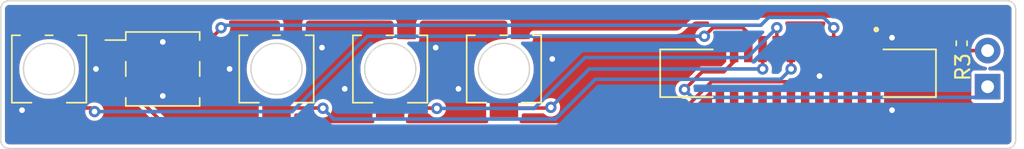
<source format=kicad_pcb>
(kicad_pcb (version 20221018) (generator pcbnew)
  (layers (0 "F.Cu" signal) (31 "B.Cu" signal) (34 "B.Paste" user) (35 "F.Paste" user) (36 "B.SilkS" user "B.Silkscreen") (37 "F.SilkS" user "F.Silkscreen") (38 "B.Mask" user) (39 "F.Mask" user) (44 "Edge.Cuts" user))
  (net 0 "")
  (net 1 "VDD")
  (net 2 "Earth")
  (net 3 "IN")
  (net 4 "LED")
  (net 5 "Net-(D1-A)")
  (net 6 "EFF1")
  (net 7 "EFF2")
  (net 8 "VOL")
  (net 9 "EFF3")
  (net 10 "BTN")
  (footprint "Custom:TE_1-1734248-2" (layer "F.Cu") (at 136.890614 114.478074)
    (fp_text reference "J2" hide)
    (fp_text value "TE_Conn_1-1734248-2" hide)
    (fp_line (start -9.7 -1.85) (end -9.7 1.5) (stroke (width 0.127)) (layer "F.SilkS"))
    (fp_line (start -9.7 -1.85) (end -6 -1.85) (stroke (width 0.127)) (layer "F.SilkS"))
    (fp_line (start -9.7 1.5) (end -6 1.5) (stroke (width 0.127)) (layer "F.SilkS"))
    (fp_line (start 6 -1.85) (end 9.7 -1.85) (stroke (width 0.127)) (layer "F.SilkS"))
    (fp_line (start 9.7 -1.85) (end 9.7 1.5) (stroke (width 0.127)) (layer "F.SilkS"))
    (fp_line (start 9.7 1.5) (end 6 1.5) (stroke (width 0.127)) (layer "F.SilkS"))
    (fp_circle (center 5.5 -3.25) (end 5.6 -3.25) (stroke (width 0.2)) (fill none) (layer "F.SilkS"))
    (pad "1" smd rect (at 5.5 -1.875 270) (size 1.85 0.6) (layers "F.Cu" "F.Paste" "F.Mask") (net 1 "VDD"))
    (pad "1:1" smd rect (at 5.5 1.875 270) (size 1.65 0.6) (layers "F.Cu" "F.Paste" "F.Mask"))
    (pad "1:2" smd rect (at 4.5 1.875 270) (size 1.65 0.6) (layers "F.Cu" "F.Paste" "F.Mask"))
    (pad "1:3" smd rect (at 3.5 1.875 270) (size 1.65 0.6) (layers "F.Cu" "F.Paste" "F.Mask"))
    (pad "1:4" smd rect (at 2.5 1.875 270) (size 1.65 0.6) (layers "F.Cu" "F.Paste" "F.Mask"))
    (pad "1:5" smd rect (at 1.5 1.875 270) (size 1.65 0.6) (layers "F.Cu" "F.Paste" "F.Mask"))
    (pad "1:6" smd rect (at 0.5 1.875 270) (size 1.65 0.6) (layers "F.Cu" "F.Paste" "F.Mask"))
    (pad "1:7" smd rect (at -0.5 1.875 270) (size 1.65 0.6) (layers "F.Cu" "F.Paste" "F.Mask"))
    (pad "1:8" smd rect (at -1.5 1.875 270) (size 1.65 0.6) (layers "F.Cu" "F.Paste" "F.Mask"))
    (pad "1:9" smd rect (at -2.5 1.875 270) (size 1.65 0.6) (layers "F.Cu" "F.Paste" "F.Mask"))
    (pad "1:10" smd rect (at -3.5 1.875 270) (size 1.65 0.6) (layers "F.Cu" "F.Paste" "F.Mask"))
    (pad "1:11" smd rect (at -4.5 1.875 270) (size 1.65 0.6) (layers "F.Cu" "F.Paste" "F.Mask"))
    (pad "1:12" smd rect (at -5.5 1.875 270) (size 1.65 0.6) (layers "F.Cu" "F.Paste" "F.Mask"))
    (pad "2" smd rect (at 4.5 -1.875 270) (size 1.85 0.6) (layers "F.Cu" "F.Paste" "F.Mask") (net 1 "VDD"))
    (pad "3" smd rect (at 3.5 -1.875 270) (size 1.85 0.6) (layers "F.Cu" "F.Paste" "F.Mask") (net 2 "Earth"))
    (pad "4" smd rect (at 2.5 -1.875 270) (size 1.85 0.6) (layers "F.Cu" "F.Paste" "F.Mask") (net 3 "IN"))
    (pad "5" smd rect (at 1.5 -1.875 270) (size 1.85 0.6) (layers "F.Cu" "F.Paste" "F.Mask") (net 2 "Earth"))
    (pad "6" smd rect (at 0.5 -1.875 270) (size 1.85 0.6) (layers "F.Cu" "F.Paste" "F.Mask") (net 10 "BTN"))
    (pad "7" smd rect (at -0.5 -1.875 90) (size 1.85 0.6) (layers "F.Cu" "F.Paste" "F.Mask") (net 6 "EFF1"))
    (pad "8" smd rect (at -1.5 -1.875 90) (size 1.85 0.6) (layers "F.Cu" "F.Paste" "F.Mask") (net 7 "EFF2"))
    (pad "9" smd rect (at -2.5 -1.875 90) (size 1.85 0.6) (layers "F.Cu" "F.Paste" "F.Mask") (net 9 "EFF3"))
    (pad "10" smd rect (at -3.5 -1.875 90) (size 1.85 0.6) (layers "F.Cu" "F.Paste" "F.Mask") (net 8 "VOL"))
    (pad "11" smd rect (at -4.5 -1.875 90) (size 1.85 0.6) (layers "F.Cu" "F.Paste" "F.Mask") (net 4 "LED"))
    (pad "12" smd rect (at -5.5 -1.875 90) (size 1.85 0.6) (layers "F.Cu" "F.Paste" "F.Mask") (net 2 "Earth"))
  )
  (footprint "Potentiometer_SMD:Potentiometer_Bourns_3314R-1_Vertical_Hole" (layer "F.Cu") (at 116.2 114)
    (fp_text reference "RV4" hide)
    (fp_text value "R_Potentiometer_US" hide)
    (fp_line (start -2.62 -2.37) (end -2.62 2.37) (stroke (width 0.12)) (layer "F.SilkS"))
    (fp_line (start -2.62 -2.37) (end -2.039 -2.37) (stroke (width 0.12)) (layer "F.SilkS"))
    (fp_line (start -2.62 2.37) (end -1.24 2.37) (stroke (width 0.12)) (layer "F.SilkS"))
    (fp_line (start -0.26 -2.37) (end 0.26 -2.37) (stroke (width 0.12)) (layer "F.SilkS"))
    (fp_line (start 1.24 2.37) (end 2.62 2.37) (stroke (width 0.12)) (layer "F.SilkS"))
    (fp_line (start 2.04 -2.37) (end 2.62 -2.37) (stroke (width 0.12)) (layer "F.SilkS"))
    (fp_line (start 2.62 -2.37) (end 2.62 2.37) (stroke (width 0.12)) (layer "F.SilkS"))
    (pad "" np_thru_hole circle (at 0 0) (size 3.2 3.2) (drill 3.2) (layers "*.Cu" "*.Mask"))
    (pad "1" smd rect (at 1.15 -2.75) (size 1.3 1.3) (layers "F.Cu" "F.Paste" "F.Mask") (net 1 "VDD"))
    (pad "2" smd rect (at 0 2.75) (size 2 1.3) (layers "F.Cu" "F.Paste" "F.Mask") (net 9 "EFF3"))
    (pad "3" smd rect (at -1.15 -2.75) (size 1.3 1.3) (layers "F.Cu" "F.Paste" "F.Mask") (net 2 "Earth"))
  )
  (footprint "Connector_PinHeader_2.54mm:PinHeader_2x02_P2.54mm_Vertical_SMD" (layer "F.Cu") (at 92.2 114)
    (fp_text reference "J1" hide)
    (fp_text value "Conn_01x04_Pin" hide)
    (fp_line (start -4.04 -2.03) (end -2.6 -2.03) (stroke (width 0.12)) (layer "F.SilkS"))
    (fp_line (start -2.6 -2.6) (end -2.6 -2.03) (stroke (width 0.12)) (layer "F.SilkS"))
    (fp_line (start -2.6 -2.6) (end 2.6 -2.6) (stroke (width 0.12)) (layer "F.SilkS"))
    (fp_line (start -2.6 -0.51) (end -2.6 0.51) (stroke (width 0.12)) (layer "F.SilkS"))
    (fp_line (start -2.6 2.03) (end -2.6 2.6) (stroke (width 0.12)) (layer "F.SilkS"))
    (fp_line (start -2.6 2.6) (end 2.6 2.6) (stroke (width 0.12)) (layer "F.SilkS"))
    (fp_line (start 2.6 -2.6) (end 2.6 -2.03) (stroke (width 0.12)) (layer "F.SilkS"))
    (fp_line (start 2.6 -0.51) (end 2.6 0.51) (stroke (width 0.12)) (layer "F.SilkS"))
    (fp_line (start 2.6 2.03) (end 2.6 2.6) (stroke (width 0.12)) (layer "F.SilkS"))
    (pad "1" smd rect (at -2.525 -1.27) (size 3.15 1) (layers "F.Cu" "F.Paste" "F.Mask") (net 1 "VDD"))
    (pad "2" smd rect (at 2.525 -1.27) (size 3.15 1) (layers "F.Cu" "F.Paste" "F.Mask") (net 3 "IN"))
    (pad "3" smd rect (at -2.525 1.27) (size 3.15 1) (layers "F.Cu" "F.Paste" "F.Mask") (net 10 "BTN"))
    (pad "4" smd rect (at 2.525 1.27) (size 3.15 1) (layers "F.Cu" "F.Paste" "F.Mask") (net 2 "Earth"))
  )
  (footprint "Resistor_SMD:R_0402_1005Metric" (layer "F.Cu") (at 148.4 112.2 90)
    (fp_text reference "R3" (at -1.665695 0.084465 270) (layer "F.SilkS"))
    (fp_text value "3K3" hide)
    (fp_line (start -0.153641 -0.38) (end 0.153641 -0.38) (stroke (width 0.12)) (layer "F.SilkS"))
    (fp_line (start -0.153641 0.38) (end 0.153641 0.38) (stroke (width 0.12)) (layer "F.SilkS"))
    (pad "1" smd roundrect (at -0.51 0 90) (size 0.54 0.64) (layers "F.Cu" "F.Paste" "F.Mask") (net 5 "Net-(D1-A)"))
    (pad "2" smd roundrect (at 0.51 0 90) (size 0.54 0.64) (layers "F.Cu" "F.Paste" "F.Mask") (net 2 "Earth"))
  )
  (footprint "LED_THT:LED_D3.0mm_Horizontal_O6.35mm_Z2.0mm" (layer "F.Cu") (at 150.225 115.25 90)
    (fp_text reference "D1" hide)
    (fp_text value "LED" hide)
    (pad "1" thru_hole rect (at 0 0 90) (size 1.8 1.8) (drill 0.9) (layers "*.Cu" "*.Mask") (net 4 "LED"))
    (pad "2" thru_hole circle (at 2.54 0 90) (size 1.8 1.8) (drill 0.9) (layers "*.Cu" "*.Mask") (net 5 "Net-(D1-A)"))
  )
  (footprint "Potentiometer_SMD:Potentiometer_Bourns_3314R-1_Vertical_Hole" (layer "F.Cu") (at 100.199999 114.001016)
    (fp_text reference "RV2" hide)
    (fp_text value "R_Potentiometer_US" hide)
    (fp_line (start -2.62 -2.37) (end -2.62 2.37) (stroke (width 0.12)) (layer "F.SilkS"))
    (fp_line (start -2.62 -2.37) (end -2.039 -2.37) (stroke (width 0.12)) (layer "F.SilkS"))
    (fp_line (start -2.62 2.37) (end -1.24 2.37) (stroke (width 0.12)) (layer "F.SilkS"))
    (fp_line (start -0.26 -2.37) (end 0.26 -2.37) (stroke (width 0.12)) (layer "F.SilkS"))
    (fp_line (start 1.24 2.37) (end 2.62 2.37) (stroke (width 0.12)) (layer "F.SilkS"))
    (fp_line (start 2.04 -2.37) (end 2.62 -2.37) (stroke (width 0.12)) (layer "F.SilkS"))
    (fp_line (start 2.62 -2.37) (end 2.62 2.37) (stroke (width 0.12)) (layer "F.SilkS"))
    (pad "" np_thru_hole circle (at 0 0) (size 3.2 3.2) (drill 3.2) (layers "*.Cu" "*.Mask"))
    (pad "1" smd rect (at 1.15 -2.75) (size 1.3 1.3) (layers "F.Cu" "F.Paste" "F.Mask") (net 1 "VDD"))
    (pad "2" smd rect (at 0 2.75) (size 2 1.3) (layers "F.Cu" "F.Paste" "F.Mask") (net 6 "EFF1"))
    (pad "3" smd rect (at -1.15 -2.75) (size 1.3 1.3) (layers "F.Cu" "F.Paste" "F.Mask") (net 2 "Earth"))
  )
  (footprint "Potentiometer_SMD:Potentiometer_Bourns_3314R-1_Vertical_Hole" (layer "F.Cu") (at 108.195216 114.005011)
    (fp_text reference "RV3" hide)
    (fp_text value "R_Potentiometer_US" hide)
    (fp_line (start -2.62 -2.37) (end -2.62 2.37) (stroke (width 0.12)) (layer "F.SilkS"))
    (fp_line (start -2.62 -2.37) (end -2.039 -2.37) (stroke (width 0.12)) (layer "F.SilkS"))
    (fp_line (start -2.62 2.37) (end -1.24 2.37) (stroke (width 0.12)) (layer "F.SilkS"))
    (fp_line (start -0.26 -2.37) (end 0.26 -2.37) (stroke (width 0.12)) (layer "F.SilkS"))
    (fp_line (start 1.24 2.37) (end 2.62 2.37) (stroke (width 0.12)) (layer "F.SilkS"))
    (fp_line (start 2.04 -2.37) (end 2.62 -2.37) (stroke (width 0.12)) (layer "F.SilkS"))
    (fp_line (start 2.62 -2.37) (end 2.62 2.37) (stroke (width 0.12)) (layer "F.SilkS"))
    (pad "" np_thru_hole circle (at 0 0) (size 3.2 3.2) (drill 3.2) (layers "*.Cu" "*.Mask"))
    (pad "1" smd rect (at 1.15 -2.75) (size 1.3 1.3) (layers "F.Cu" "F.Paste" "F.Mask") (net 1 "VDD"))
    (pad "2" smd rect (at 0 2.75) (size 2 1.3) (layers "F.Cu" "F.Paste" "F.Mask") (net 7 "EFF2"))
    (pad "3" smd rect (at -1.15 -2.75) (size 1.3 1.3) (layers "F.Cu" "F.Paste" "F.Mask") (net 2 "Earth"))
  )
  (footprint "Potentiometer_SMD:Potentiometer_Bourns_3314R-1_Vertical_Hole" (layer "F.Cu") (at 84.203957 114.002886)
    (fp_text reference "RV1" hide)
    (fp_text value "R_Potentiometer_US" hide)
    (fp_line (start -2.62 -2.37) (end -2.62 2.37) (stroke (width 0.12)) (layer "F.SilkS"))
    (fp_line (start -2.62 -2.37) (end -2.039 -2.37) (stroke (width 0.12)) (layer "F.SilkS"))
    (fp_line (start -2.62 2.37) (end -1.24 2.37) (stroke (width 0.12)) (layer "F.SilkS"))
    (fp_line (start -0.26 -2.37) (end 0.26 -2.37) (stroke (width 0.12)) (layer "F.SilkS"))
    (fp_line (start 1.24 2.37) (end 2.62 2.37) (stroke (width 0.12)) (layer "F.SilkS"))
    (fp_line (start 2.04 -2.37) (end 2.62 -2.37) (stroke (width 0.12)) (layer "F.SilkS"))
    (fp_line (start 2.62 -2.37) (end 2.62 2.37) (stroke (width 0.12)) (layer "F.SilkS"))
    (pad "" np_thru_hole circle (at 0 0) (size 3.2 3.2) (drill 3.2) (layers "*.Cu" "*.Mask"))
    (pad "1" smd rect (at 1.15 -2.75) (size 1.3 1.3) (layers "F.Cu" "F.Paste" "F.Mask") (net 1 "VDD"))
    (pad "2" smd rect (at 0 2.75) (size 2 1.3) (layers "F.Cu" "F.Paste" "F.Mask") (net 8 "VOL"))
    (pad "3" smd rect (at -1.15 -2.75) (size 1.3 1.3) (layers "F.Cu" "F.Paste" "F.Mask") (net 2 "Earth"))
  )
  (gr_circle (center 108.2 114) (end 108.2 112.2) (stroke (width 0.1)) (fill none) (layer "Edge.Cuts"))
  (gr_line (start 151.6 119.6) (end 81.4 119.6) (stroke (width 0.1)) (layer "Edge.Cuts"))
  (gr_arc (start 151.6 109.2) (mid 152.024264 109.375736) (end 152.2 109.8) (stroke (width 0.1)) (layer "Edge.Cuts"))
  (gr_circle (center 84.2 114) (end 84.2 112.2) (stroke (width 0.1)) (fill none) (layer "Edge.Cuts"))
  (gr_arc (start 152.2 119) (mid 152.024264 119.424264) (end 151.6 119.6) (stroke (width 0.1)) (layer "Edge.Cuts"))
  (gr_circle (center 116.2 114) (end 116.2 112.2) (stroke (width 0.1)) (fill none) (layer "Edge.Cuts"))
  (gr_arc (start 80.8 109.8) (mid 80.975736 109.375736) (end 81.4 109.2) (stroke (width 0.1)) (layer "Edge.Cuts"))
  (gr_line (start 152.2 109.8) (end 152.2 119) (stroke (width 0.1)) (layer "Edge.Cuts"))
  (gr_arc (start 81.4 119.6) (mid 80.975736 119.424264) (end 80.8 119) (stroke (width 0.1)) (layer "Edge.Cuts"))
  (gr_line (start 81.4 109.2) (end 151.6 109.2) (stroke (width 0.1)) (layer "Edge.Cuts"))
  (gr_circle (center 100.2 114) (end 100.2 112.2) (stroke (width 0.1)) (fill none) (layer "Edge.Cuts"))
  (gr_line (start 80.8 119) (end 80.8 109.8) (stroke (width 0.1)) (layer "Edge.Cuts"))
  (via (at 92.2 115.9) (size 0.8) (drill 0.4) (layers "F.Cu" "B.Cu") (net 2))
  (via (at 119.6 113.3) (size 0.8) (drill 0.4) (layers "F.Cu" "B.Cu") (net 2))
  (via (at 92.2 112.1) (size 0.8) (drill 0.4) (layers "F.Cu" "B.Cu") (net 2))
  (via (at 143.5 116.9) (size 0.8) (drill 0.4) (layers "F.Cu" "B.Cu") (net 2))
  (via (at 138.4 114.5) (size 0.8) (drill 0.4) (layers "F.Cu" "B.Cu") (net 2))
  (via (at 82.3 116.9) (size 0.8) (drill 0.4) (layers "F.Cu" "B.Cu") (net 2))
  (via (at 103.4 112.5) (size 0.8) (drill 0.4) (layers "F.Cu" "B.Cu") (net 2))
  (via (at 113 115.4) (size 0.8) (drill 0.4) (layers "F.Cu" "B.Cu") (net 2))
  (via (at 105 115.4) (size 0.8) (drill 0.4) (layers "F.Cu" "B.Cu") (net 2))
  (via (at 96.9 114) (size 0.8) (drill 0.4) (layers "F.Cu" "B.Cu") (net 2))
  (via (at 111.4 112.5) (size 0.8) (drill 0.4) (layers "F.Cu" "B.Cu") (net 2))
  (via (at 143.5 111.8) (size 0.8) (drill 0.4) (layers "F.Cu" "B.Cu") (net 2))
  (via (at 87.5 114) (size 0.8) (drill 0.4) (layers "F.Cu" "B.Cu") (net 2))
  (segment (start 96.3 111.155) (end 94.725 112.73) (width 0.25) (layer "F.Cu") (net 3))
  (segment (start 96.3 111.1) (end 96.3 111.155) (width 0.25) (layer "F.Cu") (net 3))
  (segment (start 139.4 112.6) (end 139.399503 112.600497) (width 0.25) (layer "F.Cu") (net 3))
  (segment (start 139.4 111.1) (end 139.4 112.6) (width 0.25) (layer "F.Cu") (net 3))
  (via (at 139.4 111.1) (size 0.8) (drill 0.4) (layers "F.Cu" "B.Cu") (net 3))
  (via (at 96.3 111.1) (size 0.8) (drill 0.4) (layers "F.Cu" "B.Cu") (net 3))
  (segment (start 138.675 110.375) (end 134.825 110.375) (width 0.25) (layer "B.Cu") (net 3))
  (segment (start 139.4 111.1) (end 138.675 110.375) (width 0.25) (layer "B.Cu") (net 3))
  (segment (start 134.275137 110.924863) (end 96.475137 110.924863) (width 0.25) (layer "B.Cu") (net 3))
  (segment (start 96.475137 110.924863) (end 96.3 111.1) (width 0.25) (layer "B.Cu") (net 3))
  (segment (start 134.825 110.375) (end 134.275137 110.924863) (width 0.25) (layer "B.Cu") (net 3))
  (segment (start 128.9 115.449) (end 130.149 114.2) (width 0.25) (layer "F.Cu") (net 4))
  (segment (start 131.668688 114.2) (end 132.4 113.468688) (width 0.25) (layer "F.Cu") (net 4))
  (segment (start 132.4 113.468688) (end 132.4 112.6) (width 0.25) (layer "F.Cu") (net 4))
  (segment (start 130.149 114.2) (end 131.668688 114.2) (width 0.25) (layer "F.Cu") (net 4))
  (via (at 128.9 115.449) (size 0.8) (drill 0.4) (layers "F.Cu" "B.Cu") (net 4))
  (segment (start 129.451 116) (end 149.475 116) (width 0.25) (layer "B.Cu") (net 4))
  (segment (start 128.9 115.449) (end 129.451 116) (width 0.25) (layer "B.Cu") (net 4))
  (segment (start 149.475 116) (end 150.225 115.25) (width 0.25) (layer "B.Cu") (net 4))
  (segment (start 148.2 112.71) (end 150.225 112.71) (width 0.25) (layer "F.Cu") (net 5))
  (segment (start 103.466835 116.766836) (end 103.448402 116.748403) (width 0.25) (layer "F.Cu") (net 6))
  (segment (start 103.448402 116.748403) (end 100.202279 116.748403) (width 0.25) (layer "F.Cu") (net 6))
  (segment (start 136.4 114) (end 136.4 112.6) (width 0.25) (layer "F.Cu") (net 6))
  (via (at 103.466835 116.766836) (size 0.8) (drill 0.4) (layers "F.Cu" "B.Cu") (net 6))
  (via (at 136.4 114) (size 0.8) (drill 0.4) (layers "F.Cu" "B.Cu") (net 6))
  (segment (start 104.224999 117.525) (end 119.825 117.525) (width 0.25) (layer "B.Cu") (net 6))
  (segment (start 103.466835 116.766836) (end 104.224999 117.525) (width 0.25) (layer "B.Cu") (net 6))
  (segment (start 119.825 117.525) (end 122.6255 114.7245) (width 0.25) (layer "B.Cu") (net 6))
  (segment (start 135.6755 114.7245) (end 136.4 114) (width 0.25) (layer "B.Cu") (net 6))
  (segment (start 122.6255 114.7245) (end 135.6755 114.7245) (width 0.25) (layer "B.Cu") (net 6))
  (segment (start 135.4 111.1) (end 135.4 112.6) (width 0.25) (layer "F.Cu") (net 7))
  (segment (start 111.458127 116.755011) (end 108.195216 116.755011) (width 0.25) (layer "F.Cu") (net 7))
  (segment (start 111.478616 116.7755) (end 111.458127 116.755011) (width 0.25) (layer "F.Cu") (net 7))
  (via (at 135.4 111.1) (size 0.8) (drill 0.4) (layers "F.Cu" "B.Cu") (net 7))
  (via (at 111.478616 116.7755) (size 0.8) (drill 0.4) (layers "F.Cu" "B.Cu") (net 7))
  (segment (start 135.4 111.112653) (end 133.312653 113.2) (width 0.25) (layer "B.Cu") (net 7))
  (segment (start 135.4 111.1) (end 135.4 111.112653) (width 0.25) (layer "B.Cu") (net 7))
  (segment (start 133.312653 113.2) (end 121.9 113.2) (width 0.25) (layer "B.Cu") (net 7))
  (segment (start 111.4797 116.776584) (end 111.478616 116.7755) (width 0.25) (layer "B.Cu") (net 7))
  (segment (start 118.323416 116.776584) (end 111.4797 116.776584) (width 0.25) (layer "B.Cu") (net 7))
  (segment (start 121.9 113.2) (end 118.323416 116.776584) (width 0.25) (layer "B.Cu") (net 7))
  (segment (start 87.146828 116.746828) (end 84.2 116.746828) (width 0.25) (layer "F.Cu") (net 8))
  (segment (start 133 111.1) (end 133.4 111.5) (width 0.25) (layer "F.Cu") (net 8))
  (segment (start 130.3 111.7) (end 130.9 111.1) (width 0.25) (layer "F.Cu") (net 8))
  (segment (start 130.9 111.1) (end 133 111.1) (width 0.25) (layer "F.Cu") (net 8))
  (segment (start 133.4 111.5) (end 133.4 112.6) (width 0.25) (layer "F.Cu") (net 8))
  (segment (start 87.4 117) (end 87.146828 116.746828) (width 0.25) (layer "F.Cu") (net 8))
  (via (at 130.3 111.7) (size 0.8) (drill 0.4) (layers "F.Cu" "B.Cu") (net 8))
  (via (at 87.4 117) (size 0.8) (drill 0.4) (layers "F.Cu" "B.Cu") (net 8))
  (segment (start 130.3 111.7) (end 106.6 111.7) (width 0.25) (layer "B.Cu") (net 8))
  (segment (start 101.3 117) (end 87.4 117) (width 0.25) (layer "B.Cu") (net 8))
  (segment (start 106.6 111.7) (end 101.3 117) (width 0.25) (layer "B.Cu") (net 8))
  (segment (start 134.4 114) (end 134.4 112.6) (width 0.25) (layer "F.Cu") (net 9))
  (segment (start 119.45 116.75) (end 116.2 116.75) (width 0.25) (layer "F.Cu") (net 9))
  (segment (start 119.5 116.7) (end 119.45 116.75) (width 0.25) (layer "F.Cu") (net 9))
  (via (at 119.5 116.7) (size 0.8) (drill 0.4) (layers "F.Cu" "B.Cu") (net 9))
  (via (at 134.4 114) (size 0.8) (drill 0.4) (layers "F.Cu" "B.Cu") (net 9))
  (segment (start 119.5 116.7) (end 122.2 114) (width 0.25) (layer "B.Cu") (net 9))
  (segment (start 122.2 114) (end 134.4 114) (width 0.25) (layer "B.Cu") (net 9))
  (segment (start 137.390614 114.309386) (end 137.390614 112.603074) (width 0.25) (layer "F.Cu") (net 10))
  (segment (start 92.605 118.2) (end 127.5 118.2) (width 0.25) (layer "F.Cu") (net 10))
  (segment (start 136.8 114.9) (end 137.390614 114.309386) (width 0.25) (layer "F.Cu") (net 10))
  (segment (start 89.675 115.27) (end 92.605 118.2) (width 0.25) (layer "F.Cu") (net 10))
  (segment (start 130.8 114.9) (end 136.8 114.9) (width 0.25) (layer "F.Cu") (net 10))
  (segment (start 127.5 118.2) (end 130.8 114.9) (width 0.25) (layer "F.Cu") (net 10))
  (zone (net 1) (net_name "VDD") (layer "F.Cu") (priority 1) (connect_pads yes (clearance 0.25)) (min_thickness 0.25) (fill yes (thermal_gap 0.5) (thermal_bridge_width 0.5) (smoothing fillet) (radius 0.5))
    (polygon (pts (xy 142.672932 109.235711) (xy 84.695966 109.18575) (xy 84.695966 111.899288) (xy 86.007129 111.899288) (xy 88.099289 113.233254) (xy 91.254957 113.234841) (xy 91.24206 111.093936) (xy 92.005613 110.327909) (xy 100.709176 110.33266) (xy 100.703563 111.901979) (xy 102.005858 111.894378) (xy 101.989805 110.340826) (xy 108.687192 110.343099) (xy 108.703088 111.905462) (xy 109.997149 111.911163) (xy 110.016032 110.341448) (xy 116.713419 110.336222) (xy 116.703088 111.900237) (xy 118.00285 111.900237) (xy 118 111.3) (xy 128.5 111.3) (xy 129.5 110.4) (xy 140.4 110.4) (xy 141.095936 111.020213) (xy 141.090373 113.527298) (xy 142.688465 113.525542)))
  )
  (zone (net 2) (net_name "Earth") (layer "F.Cu") (connect_pads yes (clearance 0.25)) (min_thickness 0.25) (fill yes (thermal_gap 0.5) (thermal_bridge_width 0.5))
    (polygon (pts (xy 152.2 109.2) (xy 152.2 119.6) (xy 80.8 119.6) (xy 80.8 109.2)))
  )
  (zone (net 2) (net_name "Earth") (layer "B.Cu") (priority 2) (connect_pads yes (clearance 0.25)) (min_thickness 0.25) (fill yes (thermal_gap 0.5) (thermal_bridge_width 0.5) (smoothing fillet) (radius 0.5))
    (polygon (pts (xy 152.2 109.2) (xy 152.2 119.6) (xy 80.8 119.6) (xy 80.8 109.2)))
  )
)
</source>
